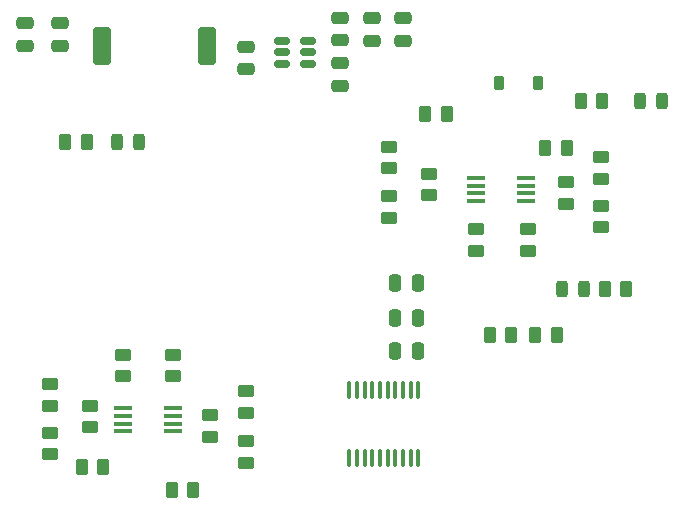
<source format=gbr>
%TF.GenerationSoftware,KiCad,Pcbnew,8.0.9-8.0.9-0~ubuntu24.04.1*%
%TF.CreationDate,2025-03-05T09:12:54+01:00*%
%TF.ProjectId,SpeedometerV1,53706565-646f-46d6-9574-657256312e6b,V2*%
%TF.SameCoordinates,Original*%
%TF.FileFunction,Paste,Top*%
%TF.FilePolarity,Positive*%
%FSLAX46Y46*%
G04 Gerber Fmt 4.6, Leading zero omitted, Abs format (unit mm)*
G04 Created by KiCad (PCBNEW 8.0.9-8.0.9-0~ubuntu24.04.1) date 2025-03-05 09:12:54*
%MOMM*%
%LPD*%
G01*
G04 APERTURE LIST*
G04 Aperture macros list*
%AMRoundRect*
0 Rectangle with rounded corners*
0 $1 Rounding radius*
0 $2 $3 $4 $5 $6 $7 $8 $9 X,Y pos of 4 corners*
0 Add a 4 corners polygon primitive as box body*
4,1,4,$2,$3,$4,$5,$6,$7,$8,$9,$2,$3,0*
0 Add four circle primitives for the rounded corners*
1,1,$1+$1,$2,$3*
1,1,$1+$1,$4,$5*
1,1,$1+$1,$6,$7*
1,1,$1+$1,$8,$9*
0 Add four rect primitives between the rounded corners*
20,1,$1+$1,$2,$3,$4,$5,0*
20,1,$1+$1,$4,$5,$6,$7,0*
20,1,$1+$1,$6,$7,$8,$9,0*
20,1,$1+$1,$8,$9,$2,$3,0*%
G04 Aperture macros list end*
%ADD10RoundRect,0.250000X-0.262500X-0.450000X0.262500X-0.450000X0.262500X0.450000X-0.262500X0.450000X0*%
%ADD11RoundRect,0.250000X-0.450000X0.262500X-0.450000X-0.262500X0.450000X-0.262500X0.450000X0.262500X0*%
%ADD12RoundRect,0.250000X0.262500X0.450000X-0.262500X0.450000X-0.262500X-0.450000X0.262500X-0.450000X0*%
%ADD13RoundRect,0.250000X0.450000X-0.262500X0.450000X0.262500X-0.450000X0.262500X-0.450000X-0.262500X0*%
%ADD14RoundRect,0.250000X-0.250000X-0.475000X0.250000X-0.475000X0.250000X0.475000X-0.250000X0.475000X0*%
%ADD15RoundRect,0.250000X0.475000X-0.250000X0.475000X0.250000X-0.475000X0.250000X-0.475000X-0.250000X0*%
%ADD16RoundRect,0.250000X-0.475000X0.250000X-0.475000X-0.250000X0.475000X-0.250000X0.475000X0.250000X0*%
%ADD17RoundRect,0.150000X0.512500X0.150000X-0.512500X0.150000X-0.512500X-0.150000X0.512500X-0.150000X0*%
%ADD18RoundRect,0.100000X-0.100000X0.637500X-0.100000X-0.637500X0.100000X-0.637500X0.100000X0.637500X0*%
%ADD19RoundRect,0.243750X0.243750X0.456250X-0.243750X0.456250X-0.243750X-0.456250X0.243750X-0.456250X0*%
%ADD20RoundRect,0.225000X-0.225000X-0.375000X0.225000X-0.375000X0.225000X0.375000X-0.225000X0.375000X0*%
%ADD21RoundRect,0.400000X-0.400000X1.250000X-0.400000X-1.250000X0.400000X-1.250000X0.400000X1.250000X0*%
%ADD22RoundRect,0.100000X0.687500X0.100000X-0.687500X0.100000X-0.687500X-0.100000X0.687500X-0.100000X0*%
%ADD23RoundRect,0.100000X-0.687500X-0.100000X0.687500X-0.100000X0.687500X0.100000X-0.687500X0.100000X0*%
%ADD24RoundRect,0.243750X-0.243750X-0.456250X0.243750X-0.456250X0.243750X0.456250X-0.243750X0.456250X0*%
G04 APERTURE END LIST*
D10*
%TO.C,R14*%
X43025000Y-50150000D03*
X44850000Y-50150000D03*
%TD*%
D11*
%TO.C,R16*%
X52143750Y-68177500D03*
X52143750Y-70002500D03*
%TD*%
D12*
%TO.C,R11*%
X85512500Y-50660000D03*
X83687500Y-50660000D03*
%TD*%
D13*
%TO.C,R7*%
X88400000Y-57372500D03*
X88400000Y-55547500D03*
%TD*%
D14*
%TO.C,C10*%
X70975000Y-65090000D03*
X72875000Y-65090000D03*
%TD*%
D15*
%TO.C,C6*%
X42620000Y-42010000D03*
X42620000Y-40110000D03*
%TD*%
D12*
%TO.C,R1*%
X88512500Y-46650000D03*
X86687500Y-46650000D03*
%TD*%
D16*
%TO.C,C1*%
X58320000Y-42090000D03*
X58320000Y-43990000D03*
%TD*%
D17*
%TO.C,U3*%
X63620000Y-43520000D03*
X63620000Y-42570000D03*
X63620000Y-41620000D03*
X61345000Y-41620000D03*
X61345000Y-42570000D03*
X61345000Y-43520000D03*
%TD*%
D18*
%TO.C,U4*%
X72925000Y-71190000D03*
X72275000Y-71190000D03*
X71625000Y-71190000D03*
X70975000Y-71190000D03*
X70325000Y-71190000D03*
X69675000Y-71190000D03*
X69025000Y-71190000D03*
X68375000Y-71190000D03*
X67725000Y-71190000D03*
X67075000Y-71190000D03*
X67075000Y-76915000D03*
X67725000Y-76915000D03*
X68375000Y-76915000D03*
X69025000Y-76915000D03*
X69675000Y-76915000D03*
X70325000Y-76915000D03*
X70975000Y-76915000D03*
X71625000Y-76915000D03*
X72275000Y-76915000D03*
X72925000Y-76915000D03*
%TD*%
D13*
%TO.C,R15*%
X77800000Y-59372500D03*
X77800000Y-57547500D03*
%TD*%
D14*
%TO.C,C11*%
X70975000Y-67890000D03*
X72875000Y-67890000D03*
%TD*%
D11*
%TO.C,R17*%
X73800000Y-52835000D03*
X73800000Y-54660000D03*
%TD*%
D14*
%TO.C,C9*%
X70975000Y-62090000D03*
X72875000Y-62090000D03*
%TD*%
D11*
%TO.C,R20*%
X58343750Y-71277500D03*
X58343750Y-73102500D03*
%TD*%
D13*
%TO.C,R6*%
X45143750Y-74302500D03*
X45143750Y-72477500D03*
%TD*%
D19*
%TO.C,D3*%
X49275000Y-50150000D03*
X47400000Y-50150000D03*
%TD*%
D15*
%TO.C,C7*%
X39610000Y-42010000D03*
X39610000Y-40110000D03*
%TD*%
D20*
%TO.C,D2*%
X79750000Y-45200000D03*
X83050000Y-45200000D03*
%TD*%
D13*
%TO.C,R18*%
X55243750Y-75102500D03*
X55243750Y-73277500D03*
%TD*%
%TO.C,R19*%
X70400000Y-56572500D03*
X70400000Y-54747500D03*
%TD*%
D11*
%TO.C,R23*%
X58343750Y-75477500D03*
X58343750Y-77302500D03*
%TD*%
%TO.C,R8*%
X41743750Y-70677500D03*
X41743750Y-72502500D03*
%TD*%
D12*
%TO.C,R22*%
X75312500Y-47760000D03*
X73487500Y-47760000D03*
%TD*%
D13*
%TO.C,R10*%
X88400000Y-53260000D03*
X88400000Y-51435000D03*
%TD*%
D10*
%TO.C,R4*%
X78962500Y-66515000D03*
X80787500Y-66515000D03*
%TD*%
D15*
%TO.C,C3*%
X71600000Y-41600000D03*
X71600000Y-39700000D03*
%TD*%
D16*
%TO.C,C8*%
X66260000Y-43480000D03*
X66260000Y-45380000D03*
%TD*%
D21*
%TO.C,L1*%
X55070000Y-42060000D03*
X46170000Y-42060000D03*
%TD*%
D10*
%TO.C,R13*%
X44431250Y-77690000D03*
X46256250Y-77690000D03*
%TD*%
D11*
%TO.C,R12*%
X41743750Y-74777500D03*
X41743750Y-76602500D03*
%TD*%
D19*
%TO.C,D1*%
X93537500Y-46650000D03*
X91662500Y-46650000D03*
%TD*%
D13*
%TO.C,R21*%
X70400000Y-52372500D03*
X70400000Y-50547500D03*
%TD*%
D15*
%TO.C,C4*%
X69000000Y-41600000D03*
X69000000Y-39700000D03*
%TD*%
%TO.C,C5*%
X66280000Y-41560000D03*
X66280000Y-39660000D03*
%TD*%
D10*
%TO.C,R24*%
X52031250Y-79590000D03*
X53856250Y-79590000D03*
%TD*%
D22*
%TO.C,U1*%
X82000000Y-55160000D03*
X82000000Y-54510000D03*
X82000000Y-53860000D03*
X82000000Y-53210000D03*
X77775000Y-53210000D03*
X77775000Y-53860000D03*
X77775000Y-54510000D03*
X77775000Y-55160000D03*
%TD*%
D11*
%TO.C,R5*%
X85400000Y-53547500D03*
X85400000Y-55372500D03*
%TD*%
D23*
%TO.C,U2*%
X47931250Y-72715000D03*
X47931250Y-73365000D03*
X47931250Y-74015000D03*
X47931250Y-74665000D03*
X52156250Y-74665000D03*
X52156250Y-74015000D03*
X52156250Y-73365000D03*
X52156250Y-72715000D03*
%TD*%
D10*
%TO.C,R9*%
X82825000Y-66515000D03*
X84650000Y-66515000D03*
%TD*%
D13*
%TO.C,R2*%
X82200000Y-59372500D03*
X82200000Y-57547500D03*
%TD*%
D12*
%TO.C,R25*%
X90512500Y-62600000D03*
X88687500Y-62600000D03*
%TD*%
D11*
%TO.C,R3*%
X47943750Y-68177500D03*
X47943750Y-70002500D03*
%TD*%
D24*
%TO.C,D4*%
X85062500Y-62600000D03*
X86937500Y-62600000D03*
%TD*%
M02*

</source>
